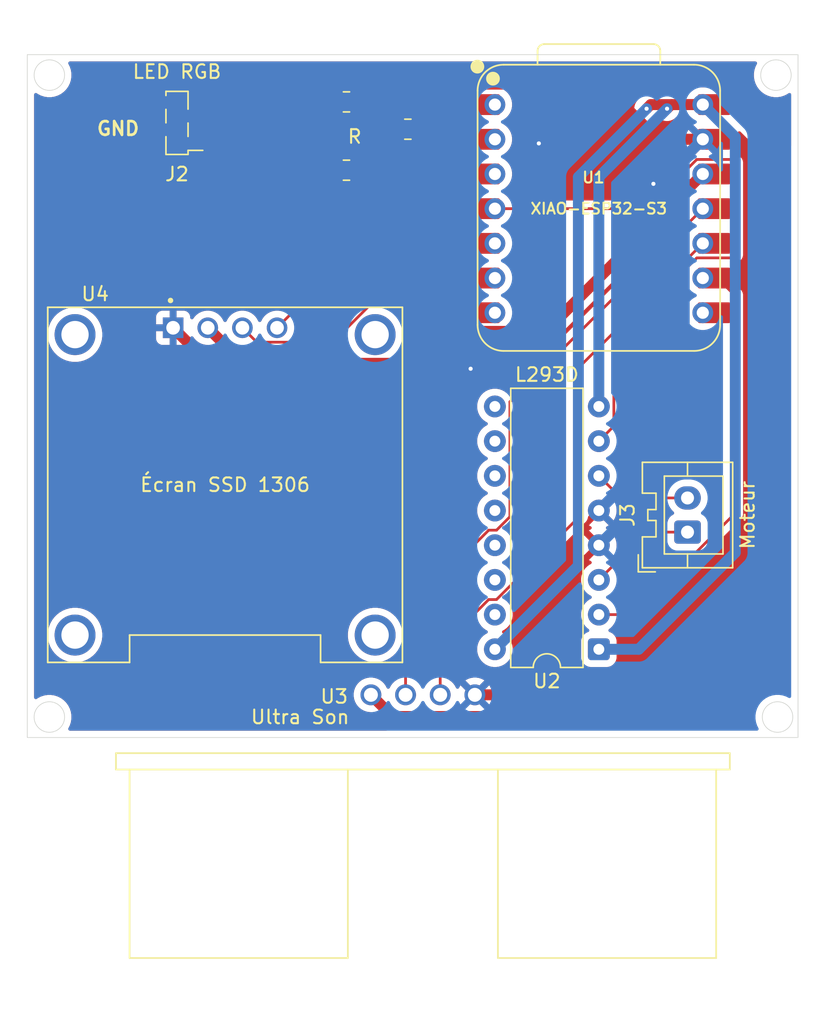
<source format=kicad_pcb>
(kicad_pcb (version 20241229) (generator "pcbnew") (generator_version "9.0")
  (layers (0 "F.Cu" signal) (2 "B.Cu" signal) (13 "F.Paste" user) (15 "B.Paste" user) (5 "F.SilkS" user "F.Silkscreen") (7 "B.SilkS" user "B.Silkscreen") (1 "F.Mask" user) (3 "B.Mask" user) (25 "Edge.Cuts" user))
  (net 0 "")
  (net 1 "VCC")
  (net 2 "GND")
  (net 3 "Net-(J2-Pin_1)")
  (net 4 "Net-(J2-Pin_3)")
  (net 5 "Net-(J2-Pin_4)")
  (net 6 "Net-(J3-Pin_1)")
  (net 7 "Net-(J3-Pin_2)")
  (net 8 "Net-(U1-GPIO1{slash}D0{slash}A0)")
  (net 9 "Net-(U1-GPIO2{slash}DA{slash}A1)")
  (net 10 "Net-(U1-GPIO3{slash}D2{slash}A2)")
  (net 11 "+3.3V")
  (net 12 "Net-(U1-GPIO9{slash}D10{slash}A10{slash}MOSI)")
  (net 15 "Net-(U1-GPIO9{slash}D5{slash}I2C_SCL)")
  (net 23 "Net-(U1-GPIO4{slash}D3{slash}A3)")
  (net 24 "Net-(U1-GPIO5{slash}D4{slash}I2C_SDA)")
  (net 27 "Net-(U1-GPIO8{slash}D9{slash}A9{slash}MISO)")
  (net 28 "Net-(U1-GPIO7{slash}D8{slash}A8{slash}SCK)")
  (footprint "Connector_PinSocket_1.00mm:PinSocket_1x04_P1.00mm_Vertical_SMD_Pin1Left" (layer "F.Cu") (at 116.975 53.5 180)
    (property "Reference" "J2" (at 0 -3.75 0) (layer "F.SilkS"))
    (property "Value" "LED RGB" (at 0 3.75 0) (layer "F.SilkS"))
    (fp_line (start 0.81 2.01) (end 0.81 2.31) (stroke (width 0.12)) (layer "F.SilkS"))
    (fp_line (start 0.81 0.01) (end 0.81 0.99) (stroke (width 0.12)) (layer "F.SilkS"))
    (fp_line (start 0.81 -2.31) (end 0.81 -1.01) (stroke (width 0.12)) (layer "F.SilkS"))
    (fp_line (start -0.81 2.31) (end 0.81 2.31) (stroke (width 0.12)) (layer "F.SilkS"))
    (fp_line (start -0.81 1.01) (end -0.81 2.31) (stroke (width 0.12)) (layer "F.SilkS"))
    (fp_line (start -0.81 -0.99) (end -0.81 -0.01) (stroke (width 0.12)) (layer "F.SilkS"))
    (fp_line (start -0.81 -2.31) (end 0.81 -2.31) (stroke (width 0.12)) (layer "F.SilkS"))
    (fp_line (start -0.81 -2.31) (end -0.81 -2.01) (stroke (width 0.12)) (layer "F.SilkS"))
    (fp_line (start -1.89 -2.01) (end -0.81 -2.01) (stroke (width 0.12)) (layer "F.SilkS"))
    (pad "1" smd rect (at -0.975 -1.5 180) (size 1.95 0.5) (layers "F.Cu" "F.Mask" "F.Paste") (net 3 "Net-(J2-Pin_1)"))
    (pad "2" smd rect (at 0.975 -0.5 180) (size 1.95 0.5) (layers "F.Cu" "F.Mask" "F.Paste") (net 2 "GND"))
    (pad "3" smd rect (at -0.975 0.5 180) (size 1.95 0.5) (layers "F.Cu" "F.Mask" "F.Paste") (net 4 "Net-(J2-Pin_3)"))
    (pad "4" smd rect (at 0.975 1.5 180) (size 1.95 0.5) (layers "F.Cu" "F.Mask" "F.Paste") (net 5 "Net-(J2-Pin_4)"))
  )
  (footprint "Package_DIP:DIP-16_W7.62mm" (layer "F.Cu") (at 147.899 92.0405 180)
    (property "Reference" "U2" (at 3.81 -2.33 0) (layer "F.SilkS"))
    (property "Value" "L293D" (at 3.81 20.11 0) (layer "F.SilkS"))
    (fp_line (start 6.46 19.11) (end 6.46 -1.33) (stroke (width 0.12)) (layer "F.SilkS"))
    (fp_line (start 6.46 -1.33) (end 4.81 -1.33) (stroke (width 0.12)) (layer "F.SilkS"))
    (fp_line (start 2.81 -1.33) (end 1.16 -1.33) (stroke (width 0.12)) (layer "F.SilkS"))
    (fp_line (start 1.16 19.11) (end 6.46 19.11) (stroke (width 0.12)) (layer "F.SilkS"))
    (fp_line (start 1.16 -1.33) (end 1.16 19.11) (stroke (width 0.12)) (layer "F.SilkS"))
    (fp_arc (start 4.81 -1.33) (mid 3.81 -0.33) (end 2.81 -1.33) (stroke (width 0.12)) (layer "F.SilkS"))
    (pad "1" thru_hole roundrect (at 0 0 180) (size 1.6 1.6) (drill 0.8) (layers "*.Cu" "*.Mask") (roundrect_rratio 0.15625) (net 1 "VCC"))
    (pad "2" thru_hole circle (at 0 2.54 180) (size 1.6 1.6) (drill 0.8) (layers "*.Cu" "*.Mask") (net 28 "Net-(U1-GPIO7{slash}D8{slash}A8{slash}SCK)"))
    (pad "3" thru_hole circle (at 0 5.08 180) (size 1.6 1.6) (drill 0.8) (layers "*.Cu" "*.Mask") (net 6 "Net-(J3-Pin_1)"))
    (pad "4" thru_hole circle (at 0 7.62 180) (size 1.6 1.6) (drill 0.8) (layers "*.Cu" "*.Mask") (net 2 "GND"))
    (pad "5" thru_hole circle (at 0 10.16 180) (size 1.6 1.6) (drill 0.8) (layers "*.Cu" "*.Mask") (net 2 "GND"))
    (pad "6" thru_hole circle (at 0 12.7 180) (size 1.6 1.6) (drill 0.8) (layers "*.Cu" "*.Mask") (net 7 "Net-(J3-Pin_2)"))
    (pad "7" thru_hole circle (at 0 15.24 180) (size 1.6 1.6) (drill 0.8) (layers "*.Cu" "*.Mask") (net 23 "Net-(U1-GPIO4{slash}D3{slash}A3)"))
    (pad "8" thru_hole circle (at 0 17.78 180) (size 1.6 1.6) (drill 0.8) (layers "*.Cu" "*.Mask") (net 1 "VCC"))
    (pad "9" thru_hole circle (at 7.62 17.78 180) (size 1.6 1.6) (drill 0.8) (layers "*.Cu" "*.Mask"))
    (pad "10" thru_hole circle (at 7.62 15.24 180) (size 1.6 1.6) (drill 0.8) (layers "*.Cu" "*.Mask"))
    (pad "11" thru_hole circle (at 7.62 12.7 180) (size 1.6 1.6) (drill 0.8) (layers "*.Cu" "*.Mask"))
    (pad "12" thru_hole circle (at 7.62 10.16 180) (size 1.6 1.6) (drill 0.8) (layers "*.Cu" "*.Mask"))
    (pad "13" thru_hole circle (at 7.62 7.62 180) (size 1.6 1.6) (drill 0.8) (layers "*.Cu" "*.Mask"))
    (pad "14" thru_hole circle (at 7.62 5.08 180) (size 1.6 1.6) (drill 0.8) (layers "*.Cu" "*.Mask"))
    (pad "15" thru_hole circle (at 7.62 2.54 180) (size 1.6 1.6) (drill 0.8) (layers "*.Cu" "*.Mask"))
    (pad "16" thru_hole circle (at 7.62 0 180) (size 1.6 1.6) (drill 0.8) (layers "*.Cu" "*.Mask") (net 1 "VCC"))
  )
  (footprint "Connector_JST:JST_XA_B02B-XASK-1_1x02_P2.50mm_Vertical" (layer "F.Cu") (at 154.399 83.4605 90)
    (property "Reference" "J3" (at 1.25 -4.4 90) (layer "F.SilkS"))
    (property "Value" "Moteur" (at 1.25 4.4 90) (layer "F.SilkS"))
    (fp_line (start -1.66 -3.61) (end -2.91 -3.61) (stroke (width 0.12)) (layer "F.SilkS"))
    (fp_line (start -2.91 -3.61) (end -2.91 -2.36) (stroke (width 0.12)) (layer "F.SilkS"))
    (fp_line (start 5.11 -3.31) (end 2.85 -3.31) (stroke (width 0.12)) (layer "F.SilkS"))
    (fp_line (start 2.85 -3.31) (end 2.85 -2.31) (stroke (width 0.12)) (layer "F.SilkS"))
    (fp_line (start -0.35 -3.31) (end -2.61 -3.31) (stroke (width 0.12)) (layer "F.SilkS"))
    (fp_line (start -2.61 -3.31) (end -2.61 3.31) (stroke (width 0.12)) (layer "F.SilkS"))
    (fp_line (start 1.65 -2.91) (end 0.85 -2.91) (stroke (width 0.12)) (layer "F.SilkS"))
    (fp_line (start 0.85 -2.91) (end 0.85 -2.31) (stroke (width 0.12)) (layer "F.SilkS"))
    (fp_line (start 2.85 -2.31) (end 1.65 -2.31) (stroke (width 0.12)) (layer "F.SilkS"))
    (fp_line (start 1.65 -2.31) (end 1.65 -2.91) (stroke (width 0.12)) (layer "F.SilkS"))
    (fp_line (start 0.85 -2.31) (end -0.35 -2.31) (stroke (width 0.12)) (layer "F.SilkS"))
    (fp_line (start -0.35 -2.31) (end -0.35 -3.31) (stroke (width 0.12)) (layer "F.SilkS"))
    (fp_line (start 4.1 -1.7) (end -1.6 -1.7) (stroke (width 0.12)) (layer "F.SilkS"))
    (fp_line (start -1.6 -1.7) (end -1.6 2.6) (stroke (width 0.12)) (layer "F.SilkS"))
    (fp_line (start 5.11 0) (end 4.1 0) (stroke (width 0.12)) (layer "F.SilkS"))
    (fp_line (start -2.61 0) (end -1.6 0) (stroke (width 0.12)) (layer "F.SilkS"))
    (fp_line (start 4.1 2.6) (end 4.1 -1.7) (stroke (width 0.12)) (layer "F.SilkS"))
    (fp_line (start -1.6 2.6) (end 4.1 2.6) (stroke (width 0.12)) (layer "F.SilkS"))
    (fp_line (start 5.11 3.31) (end 5.11 -3.31) (stroke (width 0.12)) (layer "F.SilkS"))
    (fp_line (start -2.61 3.31) (end 5.11 3.31) (stroke (width 0.12)) (layer "F.SilkS"))
    (pad "1" thru_hole roundrect (at 0 0 90) (size 1.7 1.95) (drill 0.95) (layers "*.Cu" "*.Mask") (roundrect_rratio 0.147059) (net 6 "Net-(J3-Pin_1)"))
    (pad "2" thru_hole oval (at 2.5 0 90) (size 1.7 1.95) (drill 0.95) (layers "*.Cu" "*.Mask") (net 7 "Net-(J3-Pin_2)"))
  )
  (footprint "Resistor_SMD:R_0805_2012Metric_Pad1.20x1.40mm_HandSolder" (layer "F.Cu") (at 133.899 53.9605 180)
    (property "Reference" "R2" (hide yes))
    (property "Value" "R")
    (fp_line (start -0.227064 0.735) (end 0.227064 0.735) (stroke (width 0.12)) (layer "F.SilkS"))
    (fp_line (start -0.227064 -0.735) (end 0.227064 -0.735) (stroke (width 0.12)) (layer "F.SilkS"))
    (pad "1" smd roundrect (at -1 0 180) (size 1.2 1.4) (layers "F.Cu" "F.Mask" "F.Paste") (roundrect_rratio 0.208333) (net 9 "Net-(U1-GPIO2{slash}DA{slash}A1)"))
    (pad "2" smd roundrect (at 1 0 180) (size 1.2 1.4) (layers "F.Cu" "F.Mask" "F.Paste") (roundrect_rratio 0.208333) (net 4 "Net-(J2-Pin_3)"))
  )
  (footprint "Perso:XIAO-ESP32S3-DIP" (layer "F.Cu") (at 147.899 59.779)
    (property "Reference" "U1" (at -0.399 -2.279 0) (layer "F.SilkS") (effects (font (size 0.8 0.8) (thickness 0.15) (bold yes))))
    (property "Value" "XIAO-ESP32-S3" (at 0 0 0) (layer "F.SilkS") (effects (font (size 0.8 0.8) (thickness 0.15) (bold yes))))
    (fp_line (start -8.89 8.509) (end -8.89 -8.636) (stroke (width 0.127)) (layer "F.SilkS"))
    (fp_line (start -6.985 10.414) (end 6.985 10.414) (stroke (width 0.127)) (layer "F.SilkS"))
    (fp_line (start -4.495 -10.541) (end -4.491272 -11.551272) (stroke (width 0.127)) (layer "F.SilkS"))
    (fp_line (start -3.991272 -12.051) (end 4.004 -12.051) (stroke (width 0.127)) (layer "F.SilkS"))
    (fp_line (start 4.504 -11.551) (end 4.504 -10.541) (stroke (width 0.127)) (layer "F.SilkS"))
    (fp_line (start 6.985 -10.541) (end -6.985 -10.541) (stroke (width 0.1)) (layer "F.SilkS"))
    (fp_line (start 6.985 -10.541) (end -6.985 -10.541) (stroke (width 0.127)) (layer "F.SilkS"))
    (fp_line (start 8.89 8.509) (end 8.89 -8.636) (stroke (width 0.127)) (layer "F.SilkS"))
    (fp_arc (start -8.89 -8.636) (mid -8.332038 -9.983038) (end -6.985 -10.541) (stroke (width 0.127)) (layer "F.SilkS"))
    (fp_arc (start -6.985 10.414) (mid -8.332038 9.856038) (end -8.89 8.509) (stroke (width 0.127)) (layer "F.SilkS"))
    (fp_arc (start -4.491272 -11.551272) (mid -4.344728 -11.90464) (end -3.991272 -12.051) (stroke (width 0.127)) (layer "F.SilkS"))
    (fp_arc (start 4.004 -12.051) (mid 4.357553 -11.904553) (end 4.504 -11.551) (stroke (width 0.127)) (layer "F.SilkS"))
    (fp_arc (start 6.985 -10.541) (mid 8.332038 -9.983038) (end 8.89 -8.636) (stroke (width 0.127)) (layer "F.SilkS"))
    (fp_arc (start 8.89 8.509) (mid 8.332038 9.856038) (end 6.985 10.414) (stroke (width 0.127)) (layer "F.SilkS"))
    (fp_circle (center -8.904 -10.4) (end -8.904 -10.654) (stroke (width 0.5)) (fill yes) (layer "F.SilkS"))
    (fp_circle (center -7.761 -9.52) (end -7.761 -9.774) (stroke (width 0.5)) (fill yes) (layer "F.SilkS"))
    (pad "1" smd roundrect (at -8.455 -7.62 180) (size 2.432 1.524) (layers "F.Cu" "F.Mask") (roundrect_rratio 0.1) (net 8 "Net-(U1-GPIO1{slash}D0{slash}A0)"))
    (pad "1" thru_hole circle (at -7.62 -7.62 180) (size 1.524 1.524) (drill 0.889) (layers "*.Cu" "*.Mask") (net 8 "Net-(U1-GPIO1{slash}D0{slash}A0)"))
    (pad "2" smd roundrect (at -8.455 -5.08 180) (size 2.432 1.524) (layers "F.Cu" "F.Mask") (roundrect_rratio 0.1) (net 9 "Net-(U1-GPIO2{slash}DA{slash}A1)"))
    (pad "2" thru_hole circle (at -7.62 -5.08 180) (size 1.524 1.524) (drill 0.889) (layers "*.Cu" "*.Mask") (net 9 "Net-(U1-GPIO2{slash}DA{slash}A1)"))
    (pad "3" smd roundrect (at -8.455 -2.54 180) (size 2.432 1.524) (layers "F.Cu" "F.Mask") (roundrect_rratio 0.1) (net 10 "Net-(U1-GPIO3{slash}D2{slash}A2)"))
    (pad "3" thru_hole circle (at -7.62 -2.54 180) (size 1.524 1.524) (drill 0.889) (layers "*.Cu" "*.Mask") (net 10 "Net-(U1-GPIO3{slash}D2{slash}A2)"))
    (pad "4" smd roundrect (at -8.455 0 180) (size 2.432 1.524) (layers "F.Cu" "F.Mask") (roundrect_rratio 0.1) (net 23 "Net-(U1-GPIO4{slash}D3{slash}A3)"))
    (pad "4" thru_hole circle (at -7.62 0 180) (size 1.524 1.524) (drill 0.889) (layers "*.Cu" "*.Mask") (net 23 "Net-(U1-GPIO4{slash}D3{slash}A3)"))
    (pad "5" smd roundrect (at -8.455 2.54 180) (size 2.432 1.524) (layers "F.Cu" "F.Mask") (roundrect_rratio 0.1) (net 24 "Net-(U1-GPIO5{slash}D4{slash}I2C_SDA)"))
    (pad "5" thru_hole circle (at -7.62 2.54 180) (size 1.524 1.524) (drill 0.889) (layers "*.Cu" "*.Mask") (net 24 "Net-(U1-GPIO5{slash}D4{slash}I2C_SDA)"))
    (pad "6" smd roundrect (at -8.455 5.08 180) (size 2.432 1.524) (layers "F.Cu" "F.Mask") (roundrect_rratio 0.1) (net 15 "Net-(U1-GPIO9{slash}D5{slash}I2C_SCL)"))
    (pad "6" thru_hole circle (at -7.62 5.08 180) (size 1.524 1.524) (drill 0.889) (layers "*.Cu" "*.Mask") (net 15 "Net-(U1-GPIO9{slash}D5{slash}I2C_SCL)"))
    (pad "7" smd roundrect (at -8.455 7.62 180) (size 2.432 1.524) (layers "F.Cu" "F.Mask") (roundrect_rratio 0.1))
    (pad "7" thru_hole circle (at -7.62 7.62 180) (size 1.524 1.524) (drill 0.889) (layers "*.Cu" "*.Mask"))
    (pad "8" thru_hole circle (at 7.62 7.62) (size 1.524 1.524) (drill 0.889) (layers "*.Cu" "*.Mask"))
    (pad "8" smd roundrect (at 8.455 7.62) (size 2.432 1.524) (layers "F.Cu" "F.Mask") (roundrect_rratio 0.1))
    (pad "9" thru_hole circle (at 7.62 5.08) (size 1.524 1.524) (drill 0.889) (layers "*.Cu" "*.Mask") (net 28 "Net-(U1-GPIO7{slash}D8{slash}A8{slash}SCK)"))
    (pad "9" smd roundrect (at 8.455 5.08) (size 2.432 1.524) (layers "F.Cu" "F.Mask") (roundrect_rratio 0.1) (net 28 "Net-(U1-GPIO7{slash}D8{slash}A8{slash}SCK)"))
    (pad "10" thru_hole circle (at 7.62 2.54) (size 1.524 1.524) (drill 0.889) (layers "*.Cu" "*.Mask") (net 27 "Net-(U1-GPIO8{slash}D9{slash}A9{slash}MISO)"))
    (pad "10" smd roundrect (at 8.455 2.54) (size 2.432 1.524) (layers "F.Cu" "F.Mask") (roundrect_rratio 0.1) (net 27 "Net-(U1-GPIO8{slash}D9{slash}A9{slash}MISO)"))
    (pad "11" thru_hole circle (at 7.62 0) (size 1.524 1.524) (drill 0.889) (layers "*.Cu" "*.Mask") (net 12 "Net-(U1-GPIO9{slash}D10{slash}A10{slash}MOSI)"))
    (pad "11" smd roundrect (at 8.455 0) (size 2.432 1.524) (layers "F.Cu" "F.Mask") (roundrect_rratio 0.1) (net 12 "Net-(U1-GPIO9{slash}D10{slash}A10{slash}MOSI)"))
    (pad "12" thru_hole circle (at 7.62 -2.54) (size 1.524 1.524) (drill 0.889) (layers "*.Cu" "*.Mask") (net 11 "+3.3V"))
    (pad "12" smd roundrect (at 8.455 -2.54) (size 2.432 1.524) (layers "F.Cu" "F.Mask") (roundrect_rratio 0.1) (net 11 "+3.3V"))
    (pad "13" thru_hole circle (at 7.62 -5.08) (size 1.524 1.524) (drill 0.889) (layers "*.Cu" "*.Mask") (net 2 "GND"))
    (pad "13" smd roundrect (at 8.455 -5.08) (size 2.432 1.524) (layers "F.Cu" "F.Mask") (roundrect_rratio 0.1) (net 2 "GND"))
    (pad "14" thru_hole circle (at 7.62 -7.62) (size 1.524 1.524) (drill 0.889) (layers "*.Cu" "*.Mask") (net 1 "VCC"))
    (pad "14" smd roundrect (at 8.455 -7.62) (size 2.432 1.524) (layers "F.Cu" "F.Mask") (roundrect_rratio 0.1) (net 1 "VCC"))
  )
  (footprint "Perso:MODULE_DM-OLED096-636" (layer "F.Cu") (at 120.5 80)
    (property "Reference" "U4" (at -9.525 -13.97 0) (layer "F.SilkS"))
    (property "Value" "Écran SSD 1306" (at 0 0 0) (layer "F.SilkS"))
    (fp_line (start -13 -13) (end 13 -13) (stroke (width 0.127)) (layer "F.SilkS"))
    (fp_line (start -13 13) (end -13 -13) (stroke (width 0.127)) (layer "F.SilkS"))
    (fp_line (start -7 11) (end -7 13) (stroke (width 0.127)) (layer "F.SilkS"))
    (fp_line (start -7 13) (end -13 13) (stroke (width 0.127)) (layer "F.SilkS"))
    (fp_line (start 7 11) (end -7 11) (stroke (width 0.127)) (layer "F.SilkS"))
    (fp_line (start 7 13) (end 7 11) (stroke (width 0.127)) (layer "F.SilkS"))
    (fp_line (start 13 -13) (end 13 13) (stroke (width 0.127)) (layer "F.SilkS"))
    (fp_line (start 13 13) (end 7 13) (stroke (width 0.127)) (layer "F.SilkS"))
    (fp_circle (center -4 -13.5) (end -3.9 -13.5) (stroke (width 0.2)) (fill no) (layer "F.SilkS"))
    (pad "1" thru_hole rect (at -3.81 -11.5) (size 1.508 1.508) (drill 1) (layers "*.Cu" "*.Mask") (net 2 "GND"))
    (pad "2" thru_hole circle (at -1.27 -11.5) (size 1.508 1.508) (drill 1) (layers "*.Cu" "*.Mask") (net 11 "+3.3V"))
    (pad "3" thru_hole circle (at 1.27 -11.5) (size 1.508 1.508) (drill 1) (layers "*.Cu" "*.Mask") (net 15 "Net-(U1-GPIO9{slash}D5{slash}I2C_SCL)"))
    (pad "4" thru_hole circle (at 3.81 -11.5) (size 1.508 1.508) (drill 1) (layers "*.Cu" "*.Mask") (net 24 "Net-(U1-GPIO5{slash}D4{slash}I2C_SDA)"))
    (pad "S1" thru_hole circle (at -11 -11) (size 3 3) (drill 2) (layers "*.Cu" "*.Mask"))
    (pad "S2" thru_hole circle (at 11 -11) (size 3 3) (drill 2) (layers "*.Cu" "*.Mask"))
    (pad "S3" thru_hole circle (at 11 11) (size 3 3) (drill 2) (layers "*.Cu" "*.Mask"))
    (pad "S4" thru_hole circle (at -11 11) (size 3 3) (drill 2) (layers "*.Cu" "*.Mask"))
  )
  (footprint "Perso:XCVR_HC-SR04" (layer "F.Cu") (at 135 95.375)
    (property "Reference" "U3" (at -6.5 0.125 0) (layer "F.SilkS") (effects (font (size 1.00052 1.00052))))
    (property "Value" "Ultra Son" (at -9 1.625 0) (layer "F.SilkS") (effects (font (size 1.001693 1.001693))))
    (fp_line (start -22.5 4.27) (end 22.5 4.27) (stroke (width 0.127)) (layer "F.SilkS"))
    (fp_line (start -22.5 5.47) (end -22.5 4.27) (stroke (width 0.127)) (layer "F.SilkS"))
    (fp_line (start -21.5 5.47) (end -22.5 5.47) (stroke (width 0.127)) (layer "F.SilkS"))
    (fp_line (start -21.5 5.47) (end -21.5 19.27) (stroke (width 0.127)) (layer "F.SilkS"))
    (fp_line (start -21.5 19.27) (end -5.5 19.27) (stroke (width 0.127)) (layer "F.SilkS"))
    (fp_line (start -5.5 5.47) (end -21.5 5.47) (stroke (width 0.127)) (layer "F.SilkS"))
    (fp_line (start -5.5 5.47) (end -5.5 19.27) (stroke (width 0.127)) (layer "F.SilkS"))
    (fp_line (start 5.5 5.47) (end -5.5 5.47) (stroke (width 0.127)) (layer "F.SilkS"))
    (fp_line (start 5.5 5.47) (end 5.5 19.27) (stroke (width 0.127)) (layer "F.SilkS"))
    (fp_line (start 5.5 19.27) (end 21.5 19.27) (stroke (width 0.127)) (layer "F.SilkS"))
    (fp_line (start 21.5 5.47) (end 5.5 5.47) (stroke (width 0.127)) (layer "F.SilkS"))
    (fp_line (start 21.5 5.47) (end 21.5 19.27) (stroke (width 0.127)) (layer "F.SilkS"))
    (fp_line (start 22.5 4.27) (end 22.5 5.47) (stroke (width 0.127)) (layer "F.SilkS"))
    (fp_line (start 22.5 5.47) (end 21.5 5.47) (stroke (width 0.127)) (layer "F.SilkS"))
    (pad "1" thru_hole circle (at -3.81 0) (size 1.53 1.53) (drill 1.02) (layers "*.Cu" "*.Mask") (net 1 "VCC"))
    (pad "2" thru_hole circle (at -1.27 0) (size 1.53 1.53) (drill 1.02) (layers "*.Cu" "*.Mask") (net 12 "Net-(U1-GPIO9{slash}D10{slash}A10{slash}MOSI)"))
    (pad "3" thru_hole circle (at 1.27 0) (size 1.53 1.53) (drill 1.02) (layers "*.Cu" "*.Mask") (net 27 "Net-(U1-GPIO8{slash}D9{slash}A9{slash}MISO)"))
    (pad "4" thru_hole circle (at 3.81 0) (size 1.53 1.53) (drill 1.02) (layers "*.Cu" "*.Mask") (net 2 "GND"))
  )
  (footprint "Resistor_SMD:R_0805_2012Metric_Pad1.20x1.40mm_HandSolder" (layer "F.Cu") (at 129.399 56.9605 180)
    (property "Reference" "R3" (hide yes))
    (property "Value" "R")
    (fp_line (start -0.227064 0.735) (end 0.227064 0.735) (stroke (width 0.12)) (layer "F.SilkS"))
    (fp_line (start -0.227064 -0.735) (end 0.227064 -0.735) (stroke (width 0.12)) (layer "F.SilkS"))
    (pad "1" smd roundrect (at -1 0 180) (size 1.2 1.4) (layers "F.Cu" "F.Mask" "F.Paste") (roundrect_rratio 0.208333) (net 10 "Net-(U1-GPIO3{slash}D2{slash}A2)"))
    (pad "2" smd roundrect (at 1 0 180) (size 1.2 1.4) (layers "F.Cu" "F.Mask" "F.Paste") (roundrect_rratio 0.208333) (net 3 "Net-(J2-Pin_1)"))
  )
  (footprint "Resistor_SMD:R_0805_2012Metric_Pad1.20x1.40mm_HandSolder" (layer "F.Cu") (at 129.399 51.9605 180)
    (property "Reference" "R" (at -0.601 -2.5395 0) (layer "F.SilkS"))
    (property "Value" "R")
    (fp_line (start -0.227064 0.735) (end 0.227064 0.735) (stroke (width 0.12)) (layer "F.SilkS"))
    (fp_line (start -0.227064 -0.735) (end 0.227064 -0.735) (stroke (width 0.12)) (layer "F.SilkS"))
    (pad "1" smd roundrect (at -1 0 180) (size 1.2 1.4) (layers "F.Cu" "F.Mask" "F.Paste") (roundrect_rratio 0.208333) (net 8 "Net-(U1-GPIO1{slash}D0{slash}A0)"))
    (pad "2" smd roundrect (at 1 0 180) (size 1.2 1.4) (layers "F.Cu" "F.Mask" "F.Paste") (roundrect_rratio 0.208333) (net 5 "Net-(J2-Pin_4)"))
  )
  (gr_circle (center 160.881966 50) (end 161.381966 49) (stroke (width 0.05)) (fill no) (layer "Edge.Cuts"))
  (gr_circle (center 161 97) (end 161.5 96) (stroke (width 0.05)) (fill no) (layer "Edge.Cuts"))
  (gr_circle (center 107.618034 50) (end 108.118034 49) (stroke (width 0.05)) (fill no) (layer "Edge.Cuts"))
  (gr_rect (start 106 48.5) (end 162.5 98.5) (stroke (width 0.05)) (fill no) (layer "Edge.Cuts"))
  (gr_circle (center 107.618034 97) (end 108.618034 96.5) (stroke (width 0.05)) (fill no) (layer "Edge.Cuts"))
  (gr_text "GND" (at 111 54.5 0) (layer "F.SilkS") (effects (font (size 1 1) (thickness 0.2) (bold yes)) (justify left bottom)))
  (segment (start 155.519 52.159) (end 151.7005 52.159) (width 0.8) (layer "F.Cu") (net 1))
  (segment (start 132.7755 96.9605) (end 131.19 95.375) (width 0.8) (layer "F.Cu") (net 1))
  (segment (start 156.354 52.159) (end 153.2005 52.159) (width 0.8) (layer "F.Cu") (net 1))
  (segment (start 160.899 86.4605) (end 150.399 96.9605) (width 0.8) (layer "F.Cu") (net 1))
  (segment (start 156.354 52.159) (end 157.57 52.159) (width 0.8) (layer "F.Cu") (net 1))
  (segment (start 153.2005 52.159) (end 152.899 52.4605) (width 0.8) (layer "F.Cu") (net 1))
  (segment (start 160.899 55.488) (end 160.899 86.4605) (width 0.8) (layer "F.Cu") (net 1))
  (segment (start 157.57 52.159) (end 160.899 55.488) (width 0.8) (layer "F.Cu") (net 1))
  (segment (start 151.7005 52.159) (end 151.399 52.4605) (width 0.8) (layer "F.Cu") (net 1))
  (segment (start 150.399 96.9605) (end 132.7755 96.9605) (width 0.8) (layer "F.Cu") (net 1))
  (via (at 151.399 52.4605) (size 0.6) (drill 0.3) (layers "F.Cu" "B.Cu") (net 1))
  (via (at 152.899 52.4605) (size 0.6) (drill 0.3) (layers "F.Cu" "B.Cu") (net 1))
  (segment (start 150.819 92.0405) (end 157.899 84.9605) (width 0.8) (layer "B.Cu") (net 1))
  (segment (start 157.899 84.9605) (end 157.899 54.539) (width 0.8) (layer "B.Cu") (net 1))
  (segment (start 146.399 57.4605) (end 146.399 85.9205) (width 0.8) (layer "B.Cu") (net 1))
  (segment (start 147.899 74.2605) (end 147.899 57.4605) (width 0.8) (layer "B.Cu") (net 1))
  (segment (start 146.399 85.9205) (end 140.279 92.0405) (width 0.8) (layer "B.Cu") (net 1))
  (segment (start 151.399 52.4605) (end 146.399 57.4605) (width 0.8) (layer "B.Cu") (net 1))
  (segment (start 147.899 57.4605) (end 152.899 52.4605) (width 0.8) (layer "B.Cu") (net 1))
  (segment (start 147.899 92.0405) (end 150.819 92.0405) (width 0.8) (layer "B.Cu") (net 1))
  (segment (start 157.899 54.539) (end 155.519 52.159) (width 0.8) (layer "B.Cu") (net 1))
  (segment (start 144.398 55) (end 144.699 54.699) (width 0.8) (layer "F.Cu") (net 2))
  (segment (start 114.424 51.149) (end 114.9135 50.6595) (width 0.8) (layer "F.Cu") (net 2))
  (segment (start 148.182372 50.6595) (end 152.221872 54.699) (width 0.8) (layer "F.Cu") (net 2))
  (segment (start 138.81 95.375) (end 149.125 95.375) (width 0.8) (layer "F.Cu") (net 2))
  (segment (start 157.699 54.699) (end 156.354 54.699) (width 0.8) (layer "F.Cu") (net 2))
  (segment (start 116 54) (end 115.573 54) (width 0.8) (layer "F.Cu") (net 2))
  (segment (start 115.573 54) (end 114.424 52.851) (width 0.8) (layer "F.Cu") (net 2))
  (segment (start 151.899 57.9605) (end 152.2575 57.9605) (width 0.8) (layer "F.Cu") (net 2))
  (segment (start 149.125 95.375) (end 159 85.5) (width 0.8) (layer "F.Cu") (net 2))
  (segment (start 114.424 52.851) (end 114.424 51.149) (width 0.8) (layer "F.Cu") (net 2))
  (segment (start 116.69 68.5) (end 121.69 73.5) (width 0.8) (layer "F.Cu") (net 2))
  (segment (start 143.5 55) (end 144.398 55) (width 0.8) (layer "F.Cu") (net 2))
  (segment (start 152.2575 57.9605) (end 155.519 54.699) (width 0.8) (layer "F.Cu") (net 2))
  (segment (start 159 85.5) (end 159 56) (width 0.8) (layer "F.Cu") (net 2))
  (segment (start 136.5 73.5) (end 138.5 71.5) (width 0.8) (layer "F.Cu") (net 2))
  (segment (start 114.9135 50.6595) (end 148.182372 50.6595) (width 0.8) (layer "F.Cu") (net 2))
  (segment (start 159 56) (end 157.699 54.699) (width 0.8) (layer "F.Cu") (net 2))
  (segment (start 144.699 54.699) (end 156.354 54.699) (width 0.8) (layer "F.Cu") (net 2))
  (segment (start 121.69 73.5) (end 136.5 73.5) (width 0.8) (layer "F.Cu") (net 2))
  (segment (start 152.221872 54.699) (end 156.354 54.699) (width 0.8) (layer "F.Cu") (net 2))
  (via (at 143.5 55) (size 0.6) (drill 0.3) (layers "F.Cu" "B.Cu") (net 2))
  (via (at 138.5 71.5) (size 0.6) (drill 0.3) (layers "F.Cu" "B.Cu") (net 2))
  (via (at 151.899 57.9605) (size 0.6) (drill 0.3) (layers "F.Cu" "B.Cu") (net 2))
  (segment (start 143.5 66.5) (end 143.5 55) (width 0.8) (layer "B.Cu") (net 2))
  (segment (start 154.156 56.062) (end 155.519 54.699) (width 0.8) (layer "B.Cu") (net 2))
  (segment (start 147.899 84.4205) (end 151.899 80.4205) (width 0.8) (layer "B.Cu") (net 2))
  (segment (start 147.899 81.8805) (end 154.156 75.6235) (width 0.8) (layer "B.Cu") (net 2))
  (segment (start 154.156 75.6235) (end 154.156 56.062) (width 0.8) (layer "B.Cu") (net 2))
  (segment (start 138.5 71.5) (end 143.5 66.5) (width 0.8) (layer "B.Cu") (net 2))
  (segment (start 151.899 80.4205) (end 151.899 57.9605) (width 0.8) (layer "B.Cu") (net 2))
  (segment (start 128.399 56.9605) (end 119.9105 56.9605) (width 0.2) (layer "F.Cu") (net 3))
  (segment (start 119.9105 56.9605) (end 117.95 55) (width 0.2) (layer "F.Cu") (net 3))
  (segment (start 118.9105 53.9605) (end 117.95 53) (width 0.2) (layer "F.Cu") (net 4))
  (segment (start 132.899 53.9605) (end 118.9105 53.9605) (width 0.2) (layer "F.Cu") (net 4))
  (segment (start 128.399 51.9605) (end 116.0395 51.9605) (width 0.2) (layer "F.Cu") (net 5))
  (segment (start 116.0395 51.9605) (end 116 52) (width 0.2) (layer "F.Cu") (net 5))
  (segment (start 154.399 83.4605) (end 151.399 83.4605) (width 0.2) (layer "F.Cu") (net 6))
  (segment (start 151.399 83.4605) (end 147.899 86.9605) (width 0.2) (layer "F.Cu") (net 6))
  (segment (start 149.519 80.9605) (end 147.899 79.3405) (width 0.2) (layer "F.Cu") (net 7))
  (segment (start 154.399 80.9605) (end 149.519 80.9605) (width 0.2) (layer "F.Cu") (net 7))
  (segment (start 139.444 52.159) (end 130.5975 52.159) (width 0.2) (layer "F.Cu") (net 8))
  (segment (start 130.5975 52.159) (end 130.399 51.9605) (width 0.2) (layer "F.Cu") (net 8))
  (segment (start 139.444 54.699) (end 135.6375 54.699) (width 0.2) (layer "F.Cu") (net 9))
  (segment (start 135.6375 54.699) (end 134.899 53.9605) (width 0.2) (layer "F.Cu") (net 9))
  (segment (start 139.444 57.239) (end 130.6775 57.239) (width 0.2) (layer "F.Cu") (net 10))
  (segment (start 130.6775 57.239) (end 130.399 56.9605) (width 0.2) (layer "F.Cu") (net 10))
  (segment (start 138.06411 68.762) (end 143.996 68.762) (width 0.8) (layer "F.Cu") (net 11))
  (segment (start 121.831 71.101) (end 135.72511 71.101) (width 0.8) (layer "F.Cu") (net 11))
  (segment (start 135.72511 71.101) (end 138.06411 68.762) (width 0.8) (layer "F.Cu") (net 11))
  (segment (start 143.996 68.762) (end 155.519 57.239) (width 0.8) (layer "F.Cu") (net 11))
  (segment (start 119.23 68.5) (end 121.831 71.101) (width 0.8) (layer "F.Cu") (net 11))
  (segment (start 140.39705 83.3195) (end 139.82295 83.3195) (width 0.2) (layer "F.Cu") (net 12))
  (segment (start 133.73 89.41245) (end 133.73 95.375) (width 0.2) (layer "F.Cu") (net 12))
  (segment (start 139.82295 83.3195) (end 133.73 89.41245) (width 0.2) (layer "F.Cu") (net 12))
  (segment (start 141.38 73.918) (end 141.38 82.33655) (width 0.2) (layer "F.Cu") (net 12))
  (segment (start 155.519 59.779) (end 141.38 73.918) (width 0.2) (layer "F.Cu") (net 12))
  (segment (start 141.38 82.33655) (end 140.39705 83.3195) (width 0.2) (layer "F.Cu") (net 12))
  (segment (start 122.825 69.555) (end 128.398001 69.555) (width 0.2) (layer "F.Cu") (net 15))
  (segment (start 128.398001 69.555) (end 133.094001 64.859) (width 0.2) (layer "F.Cu") (net 15))
  (segment (start 133.094001 64.859) (end 140.279 64.859) (width 0.2) (layer "F.Cu") (net 15))
  (segment (start 121.77 68.5) (end 122.825 69.555) (width 0.2) (layer "F.Cu") (net 15))
  (segment (start 157.609626 56.176) (end 157.871 56.437374) (width 0.2) (layer "F.Cu") (net 23))
  (segment (start 155.07869 63.382) (end 149 69.46069) (width 0.2) (layer "F.Cu") (net 23))
  (segment (start 157.871 63.120626) (end 157.609626 63.382) (width 0.2) (layer "F.Cu") (net 23))
  (segment (start 157.609626 63.382) (end 155.07869 63.382) (width 0.2) (layer "F.Cu") (net 23))
  (segment (start 139.444 59.779) (end 151.47569 59.779) (width 0.2) (layer "F.Cu") (net 23))
  (segment (start 157.871 56.437374) (end 157.871 63.120626) (width 0.2) (layer "F.Cu") (net 23))
  (segment (start 149 75.6995) (end 147.899 76.8005) (width 0.2) (layer "F.Cu") (net 23))
  (segment (start 155.07869 56.176) (end 157.609626 56.176) (width 0.2) (layer "F.Cu") (net 23))
  (segment (start 149 69.46069) (end 149 75.6995) (width 0.2) (layer "F.Cu") (net 23))
  (segment (start 151.47569 59.779) (end 155.07869 56.176) (width 0.2) (layer "F.Cu") (net 23))
  (segment (start 124.31 68.5) (end 130.491 62.319) (width 0.2) (layer "F.Cu") (net 24))
  (segment (start 130.491 62.319) (end 140.279 62.319) (width 0.2) (layer "F.Cu") (net 24))
  (segment (start 140.39705 88.3995) (end 139.82295 88.3995) (width 0.2) (layer "F.Cu") (net 27))
  (segment (start 136.27 91.95245) (end 136.27 95.375) (width 0.2) (layer "F.Cu") (net 27))
  (segment (start 146.5 82.29655) (end 140.39705 88.3995) (width 0.2) (layer "F.Cu") (net 27))
  (segment (start 146.5 71.338) (end 146.5 82.29655) (width 0.2) (layer "F.Cu") (net 27))
  (segment (start 155.519 62.319) (end 146.5 71.338) (width 0.2) (layer "F.Cu") (net 27))
  (segment (start 139.82295 88.3995) (end 136.27 91.95245) (width 0.2) (layer "F.Cu") (net 27))
  (segment (start 157.871 66.13337) (end 157.871 82.09966) (width 0.2) (layer "F.Cu") (net 28))
  (segment (start 150.47016 89.5005) (end 147.899 89.5005) (width 0.2) (layer "F.Cu") (net 28))
  (segment (start 155.519 64.859) (end 156.59663 64.859) (width 0.2) (layer "F.Cu") (net 28))
  (segment (start 157.871 82.09966) (end 150.47016 89.5005) (width 0.2) (layer "F.Cu") (net 28))
  (segment (start 156.59663 64.859) (end 157.871 66.13337) (width 0.2) (layer "F.Cu") (net 28))
  (zone (net 2) (net_name "GND") (layers "F.Cu" "B.Cu") (connect_pads (clearance 0.5)) (min_thickness 0.25) (fill yes (thermal_gap 0.5) (thermal_bridge_width 0.5))
    (polygon (pts (xy 104.5 44.5) (xy 164 44.5) (xy 164.5 119.5) (xy 104 119.5)))
  )
)
</source>
